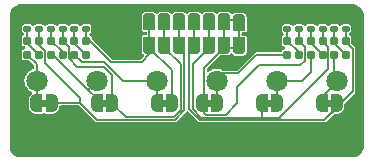
<source format=gbr>
%TF.GenerationSoftware,KiCad,Pcbnew,8.0.4-unknown-202407232306~396e531e7c~ubuntu22.04.1*%
%TF.CreationDate,2024-08-12T16:54:32+01:00*%
%TF.ProjectId,DRY_ELEC_6CH,4452595f-454c-4454-935f-3643482e6b69,1.0*%
%TF.SameCoordinates,Original*%
%TF.FileFunction,Copper,L1,Top*%
%TF.FilePolarity,Positive*%
%FSLAX46Y46*%
G04 Gerber Fmt 4.6, Leading zero omitted, Abs format (unit mm)*
G04 Created by KiCad (PCBNEW 8.0.4-unknown-202407232306~396e531e7c~ubuntu22.04.1) date 2024-08-12 16:54:32*
%MOMM*%
%LPD*%
G01*
G04 APERTURE LIST*
G04 Aperture macros list*
%AMRoundRect*
0 Rectangle with rounded corners*
0 $1 Rounding radius*
0 $2 $3 $4 $5 $6 $7 $8 $9 X,Y pos of 4 corners*
0 Add a 4 corners polygon primitive as box body*
4,1,4,$2,$3,$4,$5,$6,$7,$8,$9,$2,$3,0*
0 Add four circle primitives for the rounded corners*
1,1,$1+$1,$2,$3*
1,1,$1+$1,$4,$5*
1,1,$1+$1,$6,$7*
1,1,$1+$1,$8,$9*
0 Add four rect primitives between the rounded corners*
20,1,$1+$1,$2,$3,$4,$5,0*
20,1,$1+$1,$4,$5,$6,$7,0*
20,1,$1+$1,$6,$7,$8,$9,0*
20,1,$1+$1,$8,$9,$2,$3,0*%
%AMFreePoly0*
4,1,13,0.345671,0.480970,0.426777,0.426777,0.480970,0.345671,0.500000,0.250000,0.500000,-0.900000,-0.500000,-0.900000,-0.500000,0.250000,-0.480970,0.345671,-0.426777,0.426777,-0.345671,0.480970,-0.250000,0.500000,0.250000,0.500000,0.345671,0.480970,0.345671,0.480970,$1*%
%AMFreePoly1*
4,1,19,0.500000,-0.750000,0.000000,-0.750000,0.000000,-0.744911,-0.071157,-0.744911,-0.207708,-0.704816,-0.327430,-0.627875,-0.420627,-0.520320,-0.479746,-0.390866,-0.500000,-0.250000,-0.500000,0.250000,-0.479746,0.390866,-0.420627,0.520320,-0.327430,0.627875,-0.207708,0.704816,-0.071157,0.744911,0.000000,0.744911,0.000000,0.750000,0.500000,0.750000,0.500000,-0.750000,0.500000,-0.750000,
$1*%
%AMFreePoly2*
4,1,19,0.000000,0.744911,0.071157,0.744911,0.207708,0.704816,0.327430,0.627875,0.420627,0.520320,0.479746,0.390866,0.500000,0.250000,0.500000,-0.250000,0.479746,-0.390866,0.420627,-0.520320,0.327430,-0.627875,0.207708,-0.704816,0.071157,-0.744911,0.000000,-0.744911,0.000000,-0.750000,-0.500000,-0.750000,-0.500000,0.750000,0.000000,0.750000,0.000000,0.744911,0.000000,0.744911,
$1*%
G04 Aperture macros list end*
%TA.AperFunction,EtchedComponent*%
%ADD10C,0.000000*%
%TD*%
%TA.AperFunction,SMDPad,CuDef*%
%ADD11FreePoly0,180.000000*%
%TD*%
%TA.AperFunction,SMDPad,CuDef*%
%ADD12FreePoly0,0.000000*%
%TD*%
%TA.AperFunction,SMDPad,CuDef*%
%ADD13RoundRect,0.140000X0.170000X-0.140000X0.170000X0.140000X-0.170000X0.140000X-0.170000X-0.140000X0*%
%TD*%
%TA.AperFunction,SMDPad,CuDef*%
%ADD14C,3.000000*%
%TD*%
%TA.AperFunction,SMDPad,CuDef*%
%ADD15RoundRect,0.160000X0.160000X-0.197500X0.160000X0.197500X-0.160000X0.197500X-0.160000X-0.197500X0*%
%TD*%
%TA.AperFunction,SMDPad,CuDef*%
%ADD16FreePoly1,180.000000*%
%TD*%
%TA.AperFunction,SMDPad,CuDef*%
%ADD17FreePoly2,180.000000*%
%TD*%
%TA.AperFunction,ComponentPad*%
%ADD18C,1.800000*%
%TD*%
%TA.AperFunction,SMDPad,CuDef*%
%ADD19FreePoly1,0.000000*%
%TD*%
%TA.AperFunction,SMDPad,CuDef*%
%ADD20FreePoly2,0.000000*%
%TD*%
%TA.AperFunction,Conductor*%
%ADD21C,0.127000*%
%TD*%
G04 APERTURE END LIST*
D10*
%TA.AperFunction,EtchedComponent*%
%TO.C,JP2*%
G36*
X37234999Y-34205000D02*
G01*
X36734999Y-34205000D01*
X36734999Y-33605000D01*
X37234999Y-33605000D01*
X37234999Y-34205000D01*
G37*
%TD.AperFunction*%
%TA.AperFunction,EtchedComponent*%
%TO.C,JP5*%
G36*
X23264999Y-34205000D02*
G01*
X22764999Y-34205000D01*
X22764999Y-33605000D01*
X23264999Y-33605000D01*
X23264999Y-34205000D01*
G37*
%TD.AperFunction*%
%TA.AperFunction,EtchedComponent*%
%TO.C,JP3*%
G36*
X42314999Y-34205000D02*
G01*
X41814999Y-34205000D01*
X41814999Y-33605000D01*
X42314999Y-33605000D01*
X42314999Y-34205000D01*
G37*
%TD.AperFunction*%
%TA.AperFunction,EtchedComponent*%
%TO.C,JP6*%
G36*
X28344999Y-34205000D02*
G01*
X27844999Y-34205000D01*
X27844999Y-33605000D01*
X28344999Y-33605000D01*
X28344999Y-34205000D01*
G37*
%TD.AperFunction*%
%TA.AperFunction,EtchedComponent*%
%TO.C,JP1*%
G36*
X32169998Y-34205000D02*
G01*
X31669998Y-34205000D01*
X31669998Y-33605000D01*
X32169998Y-33605000D01*
X32169998Y-34205000D01*
G37*
%TD.AperFunction*%
%TA.AperFunction,EtchedComponent*%
%TO.C,JP4*%
G36*
X18170000Y-34205000D02*
G01*
X17670000Y-34205000D01*
X17670000Y-33605000D01*
X18170000Y-33605000D01*
X18170000Y-34205000D01*
G37*
%TD.AperFunction*%
%TD*%
D11*
%TO.P,J14,1,Pin_1*%
%TO.N,/IN2*%
X31905000Y-29200000D03*
%TD*%
D12*
%TO.P,J4,1,Pin_1*%
%TO.N,/IN4*%
X29365000Y-26800000D03*
%TD*%
D13*
%TO.P,C9,1*%
%TO.N,Net-(C9-Pad1)*%
X18499999Y-27580000D03*
%TO.P,C9,2*%
%TO.N,GND*%
X18499999Y-26620000D03*
%TD*%
D14*
%TO.P,I4,1,conn*%
%TO.N,GND*%
X43099999Y-36600000D03*
%TD*%
D15*
%TO.P,R6,1*%
%TO.N,Net-(C5-Pad1)*%
X43499999Y-29797500D03*
%TO.P,R6,2*%
%TO.N,/IN3*%
X43499999Y-28602500D03*
%TD*%
D13*
%TO.P,C2,1*%
%TO.N,/IN1*%
X39499999Y-27580000D03*
%TO.P,C2,2*%
%TO.N,GND*%
X39499999Y-26620000D03*
%TD*%
D16*
%TO.P,JP2,1,A*%
%TO.N,/filtering_2/ELECTRODE*%
X37634998Y-33905000D03*
D17*
%TO.P,JP2,2,B*%
%TO.N,/IN2*%
X36335000Y-33905000D03*
%TD*%
D11*
%TO.P,J9,1,Pin_1*%
%TO.N,GND*%
X25555000Y-29265000D03*
%TD*%
D13*
%TO.P,C5,1*%
%TO.N,Net-(C5-Pad1)*%
X42499999Y-27580000D03*
%TO.P,C5,2*%
%TO.N,GND*%
X42499999Y-26620000D03*
%TD*%
D12*
%TO.P,J2,1,Pin_1*%
%TO.N,/IN6*%
X26825000Y-26800000D03*
%TD*%
D14*
%TO.P,I3,1,conn*%
%TO.N,GND*%
X16899999Y-36600000D03*
%TD*%
D13*
%TO.P,C8,1*%
%TO.N,/IN4*%
X17499999Y-27580000D03*
%TO.P,C8,2*%
%TO.N,GND*%
X17499999Y-26620000D03*
%TD*%
D18*
%TO.P,J17,1,Pin_1*%
%TO.N,/filtering_1/ELECTRODE*%
X32539999Y-32000000D03*
%TD*%
D15*
%TO.P,R7,1*%
%TO.N,/filtering_4/ELECTRODE*%
X16499999Y-29797500D03*
%TO.P,R7,2*%
%TO.N,Net-(C7-Pad1)*%
X16499999Y-28602500D03*
%TD*%
D18*
%TO.P,J21,1,Pin_1*%
%TO.N,/filtering_5/ELECTRODE*%
X22379999Y-32000000D03*
%TD*%
D15*
%TO.P,R12,1*%
%TO.N,Net-(C11-Pad1)*%
X21499999Y-29797500D03*
%TO.P,R12,2*%
%TO.N,/IN6*%
X21499999Y-28602500D03*
%TD*%
D13*
%TO.P,C4,1*%
%TO.N,/IN2*%
X41499999Y-27582500D03*
%TO.P,C4,2*%
%TO.N,GND*%
X41499999Y-26622500D03*
%TD*%
D11*
%TO.P,J12,1,Pin_1*%
%TO.N,/IN4*%
X29365000Y-29200000D03*
%TD*%
D19*
%TO.P,JP5,1,A*%
%TO.N,/filtering_5/ELECTRODE*%
X22365000Y-33905000D03*
D20*
%TO.P,JP5,2,B*%
%TO.N,/IN5*%
X23664998Y-33905000D03*
%TD*%
D15*
%TO.P,R9,1*%
%TO.N,/filtering_5/ELECTRODE*%
X18499999Y-29797500D03*
%TO.P,R9,2*%
%TO.N,Net-(C9-Pad1)*%
X18499999Y-28602500D03*
%TD*%
D11*
%TO.P,J13,1,Pin_1*%
%TO.N,/IN3*%
X30635000Y-29200000D03*
%TD*%
%TO.P,J16,1,Pin_1*%
%TO.N,/IN1*%
X34445000Y-29265000D03*
%TD*%
D13*
%TO.P,C1,1*%
%TO.N,Net-(C1-Pad1)*%
X38499999Y-27580000D03*
%TO.P,C1,2*%
%TO.N,GND*%
X38499999Y-26620000D03*
%TD*%
D15*
%TO.P,R11,1*%
%TO.N,/filtering_6/ELECTRODE*%
X20499999Y-29797500D03*
%TO.P,R11,2*%
%TO.N,Net-(C11-Pad1)*%
X20499999Y-28602500D03*
%TD*%
%TO.P,R10,1*%
%TO.N,Net-(C9-Pad1)*%
X19499999Y-29797500D03*
%TO.P,R10,2*%
%TO.N,/IN5*%
X19499999Y-28602500D03*
%TD*%
D13*
%TO.P,C6,1*%
%TO.N,/IN3*%
X43499999Y-27580000D03*
%TO.P,C6,2*%
%TO.N,GND*%
X43499999Y-26620000D03*
%TD*%
D15*
%TO.P,R2,1*%
%TO.N,Net-(C1-Pad1)*%
X39499999Y-29797500D03*
%TO.P,R2,2*%
%TO.N,/IN1*%
X39499999Y-28602500D03*
%TD*%
%TO.P,R4,1*%
%TO.N,Net-(C3-Pad1)*%
X41499999Y-29800000D03*
%TO.P,R4,2*%
%TO.N,/IN2*%
X41499999Y-28605000D03*
%TD*%
D12*
%TO.P,J1,1,Pin_1*%
%TO.N,GND*%
X25555000Y-26865000D03*
%TD*%
D13*
%TO.P,C7,1*%
%TO.N,Net-(C7-Pad1)*%
X16499999Y-27580000D03*
%TO.P,C7,2*%
%TO.N,GND*%
X16499999Y-26620000D03*
%TD*%
%TO.P,C3,1*%
%TO.N,Net-(C3-Pad1)*%
X40499999Y-27582500D03*
%TO.P,C3,2*%
%TO.N,GND*%
X40499999Y-26622500D03*
%TD*%
D15*
%TO.P,R1,1*%
%TO.N,/filtering_1/ELECTRODE*%
X38499999Y-29797500D03*
%TO.P,R1,2*%
%TO.N,Net-(C1-Pad1)*%
X38499999Y-28602500D03*
%TD*%
D11*
%TO.P,J10,1,Pin_1*%
%TO.N,/IN6*%
X26825000Y-29200000D03*
%TD*%
%TO.P,J15,1,Pin_1*%
%TO.N,/IN1*%
X33175000Y-29200000D03*
%TD*%
D15*
%TO.P,R8,1*%
%TO.N,Net-(C7-Pad1)*%
X17499999Y-29797500D03*
%TO.P,R8,2*%
%TO.N,/IN4*%
X17499999Y-28602500D03*
%TD*%
D18*
%TO.P,J20,1,Pin_1*%
%TO.N,/filtering_4/ELECTRODE*%
X17299999Y-32000000D03*
%TD*%
D13*
%TO.P,C11,1*%
%TO.N,Net-(C11-Pad1)*%
X20499999Y-27580000D03*
%TO.P,C11,2*%
%TO.N,GND*%
X20499999Y-26620000D03*
%TD*%
D12*
%TO.P,J5,1,Pin_1*%
%TO.N,/IN3*%
X30635000Y-26800000D03*
%TD*%
D13*
%TO.P,C12,1*%
%TO.N,/IN6*%
X21499999Y-27580000D03*
%TO.P,C12,2*%
%TO.N,GND*%
X21499999Y-26620000D03*
%TD*%
D12*
%TO.P,J7,1,Pin_1*%
%TO.N,/IN1*%
X33175000Y-26800000D03*
%TD*%
D19*
%TO.P,JP3,1,A*%
%TO.N,/filtering_3/ELECTRODE*%
X41415000Y-33905000D03*
D20*
%TO.P,JP3,2,B*%
%TO.N,/IN3*%
X42714998Y-33905000D03*
%TD*%
D12*
%TO.P,J3,1,Pin_1*%
%TO.N,/IN5*%
X28095000Y-26800000D03*
%TD*%
D18*
%TO.P,J18,1,Pin_1*%
%TO.N,/filtering_2/ELECTRODE*%
X37619999Y-32000000D03*
%TD*%
D13*
%TO.P,C10,1*%
%TO.N,/IN5*%
X19499999Y-27580000D03*
%TO.P,C10,2*%
%TO.N,GND*%
X19499999Y-26620000D03*
%TD*%
D18*
%TO.P,J22,1,Pin_1*%
%TO.N,/filtering_6/ELECTRODE*%
X27459999Y-32000000D03*
%TD*%
D15*
%TO.P,R3,1*%
%TO.N,/filtering_2/ELECTRODE*%
X40499999Y-29800000D03*
%TO.P,R3,2*%
%TO.N,Net-(C3-Pad1)*%
X40499999Y-28605000D03*
%TD*%
D18*
%TO.P,J19,1,Pin_1*%
%TO.N,/filtering_3/ELECTRODE*%
X42699999Y-32000000D03*
%TD*%
D11*
%TO.P,J11,1,Pin_1*%
%TO.N,/IN5*%
X28095000Y-29200000D03*
%TD*%
D19*
%TO.P,JP6,1,A*%
%TO.N,/filtering_6/ELECTRODE*%
X27445000Y-33905000D03*
D20*
%TO.P,JP6,2,B*%
%TO.N,/IN6*%
X28744998Y-33905000D03*
%TD*%
D12*
%TO.P,J6,1,Pin_1*%
%TO.N,/IN2*%
X31905000Y-26800000D03*
%TD*%
%TO.P,J8,1,Pin_1*%
%TO.N,/IN1*%
X34445000Y-26865000D03*
%TD*%
D16*
%TO.P,JP1,1,A*%
%TO.N,/filtering_1/ELECTRODE*%
X32569997Y-33905000D03*
D17*
%TO.P,JP1,2,B*%
%TO.N,/IN1*%
X31269999Y-33905000D03*
%TD*%
D19*
%TO.P,JP4,1,A*%
%TO.N,/filtering_4/ELECTRODE*%
X17270001Y-33905000D03*
D20*
%TO.P,JP4,2,B*%
%TO.N,/IN4*%
X18569999Y-33905000D03*
%TD*%
D15*
%TO.P,R5,1*%
%TO.N,/filtering_3/ELECTRODE*%
X42499999Y-29797500D03*
%TO.P,R5,2*%
%TO.N,Net-(C5-Pad1)*%
X42499999Y-28602500D03*
%TD*%
D21*
%TO.N,/IN6*%
X26825000Y-29200000D02*
X26825000Y-29774999D01*
X21499999Y-28602500D02*
X21499999Y-27580000D01*
X26199999Y-30400000D02*
X23598749Y-30400000D01*
X28744998Y-33905000D02*
X28744998Y-31119998D01*
X28744998Y-31119998D02*
X26825000Y-29200000D01*
X26825000Y-26800000D02*
X26825000Y-29200000D01*
X23598749Y-30400000D02*
X21801249Y-28602500D01*
X26825000Y-29774999D02*
X26199999Y-30400000D01*
X21801249Y-28602500D02*
X21499999Y-28602500D01*
%TO.N,/IN5*%
X29499999Y-34500000D02*
X29499999Y-30604999D01*
X19499999Y-28602500D02*
X19999999Y-29102500D01*
X28899999Y-35100000D02*
X29499999Y-34500000D01*
X28095000Y-26800000D02*
X28095000Y-29200000D01*
X23008374Y-30808375D02*
X23699999Y-31500000D01*
X19999999Y-30102790D02*
X20705584Y-30808375D01*
X23699999Y-33940001D02*
X24859998Y-35100000D01*
X20705584Y-30808375D02*
X23008374Y-30808375D01*
X24859998Y-35100000D02*
X28899999Y-35100000D01*
X23699999Y-31500000D02*
X23699999Y-33940001D01*
X19499999Y-28602500D02*
X19499999Y-27580000D01*
X19999999Y-29102500D02*
X19999999Y-30102790D01*
X29499999Y-30604999D02*
X28095000Y-29200000D01*
%TO.N,/IN4*%
X17499999Y-28952500D02*
X17999999Y-29452500D01*
X18569999Y-33905000D02*
X20994999Y-33905000D01*
X17499999Y-28602500D02*
X17499999Y-28952500D01*
X29799999Y-29634999D02*
X29365000Y-29200000D01*
X20999999Y-33900000D02*
X22416999Y-35317000D01*
X29365000Y-26800000D02*
X29365000Y-29200000D01*
X17999999Y-30500000D02*
X20999999Y-33500000D01*
X17999999Y-29452500D02*
X17999999Y-30500000D01*
X17499999Y-28602500D02*
X17499999Y-27580000D01*
X28989883Y-35317000D02*
X29799999Y-34506884D01*
X29799999Y-34506884D02*
X29799999Y-29634999D01*
X22416999Y-35317000D02*
X28989883Y-35317000D01*
X20994999Y-33905000D02*
X20999999Y-33900000D01*
X20999999Y-33500000D02*
X20999999Y-33900000D01*
%TO.N,/IN3*%
X41665999Y-35334000D02*
X44099999Y-32900000D01*
X44099999Y-32900000D02*
X44099999Y-29300000D01*
X30635000Y-26800000D02*
X30635000Y-29200000D01*
X41665999Y-35334000D02*
X42714998Y-34285001D01*
X42714998Y-34285001D02*
X42714998Y-33905000D01*
X30199999Y-29635001D02*
X30199999Y-34411884D01*
X30199999Y-34411884D02*
X31122115Y-35334000D01*
X41365999Y-35334000D02*
X41665999Y-35334000D01*
X43499999Y-28700000D02*
X43499999Y-28602500D01*
X43499999Y-27580000D02*
X43499999Y-28602500D01*
X30635000Y-29200000D02*
X30199999Y-29635001D01*
X44099999Y-29300000D02*
X43499999Y-28700000D01*
X31122115Y-35334000D02*
X41365999Y-35334000D01*
%TO.N,/IN2*%
X30499999Y-34405000D02*
X31211999Y-35117000D01*
X41999999Y-29105000D02*
X41499999Y-28605000D01*
X31905000Y-26800000D02*
X31905000Y-29200000D01*
X30499999Y-30605001D02*
X30499999Y-34405000D01*
X41499999Y-27582500D02*
X41499999Y-28605000D01*
X36335000Y-35081999D02*
X36299999Y-35117000D01*
X41999999Y-30984154D02*
X41999999Y-29105000D01*
X36299999Y-35117000D02*
X37867153Y-35117000D01*
X37884153Y-35100000D02*
X41999999Y-30984154D01*
X31211999Y-35117000D02*
X36299999Y-35117000D01*
X31905000Y-29200000D02*
X30499999Y-30605001D01*
X37867153Y-35117000D02*
X37884153Y-35100000D01*
X36335000Y-33905000D02*
X36335000Y-35081999D01*
%TO.N,/IN1*%
X34299999Y-33900000D02*
X33299999Y-34900000D01*
X33175000Y-29200000D02*
X34380000Y-29200000D01*
X34380000Y-29200000D02*
X34445000Y-29265000D01*
X33299999Y-34900000D02*
X31629999Y-34900000D01*
X34445000Y-26865000D02*
X34445000Y-29265000D01*
X39599999Y-30700000D02*
X36099999Y-30700000D01*
X39999999Y-29102500D02*
X39999999Y-30300000D01*
X39499999Y-28602500D02*
X39999999Y-29102500D01*
X34445000Y-26865000D02*
X33240000Y-26865000D01*
X39499999Y-27580000D02*
X39499999Y-28602500D01*
X31486499Y-30888501D02*
X33175000Y-29200000D01*
X33175000Y-26800000D02*
X33175000Y-29200000D01*
X31629999Y-34900000D02*
X31486499Y-34756500D01*
X33240000Y-26865000D02*
X33175000Y-26800000D01*
X31486499Y-34756500D02*
X31486499Y-30888501D01*
X36099999Y-30700000D02*
X34299999Y-32500000D01*
X39999999Y-30300000D02*
X39599999Y-30700000D01*
X34299999Y-32500000D02*
X34299999Y-33900000D01*
%TO.N,Net-(C1-Pad1)*%
X38499999Y-27580000D02*
X38499999Y-28602500D01*
X38499999Y-28602500D02*
X39499999Y-29602500D01*
X39499999Y-29602500D02*
X39499999Y-29797500D01*
%TO.N,Net-(C3-Pad1)*%
X40499999Y-28800000D02*
X41499999Y-29800000D01*
X40499999Y-28605000D02*
X40499999Y-28800000D01*
X40499999Y-27582500D02*
X40499999Y-28605000D01*
%TO.N,GND*%
X16499999Y-26620000D02*
X17499999Y-26620000D01*
X40499999Y-26622500D02*
X39502499Y-26622500D01*
X20499999Y-26620000D02*
X21499999Y-26620000D01*
X42099999Y-26622500D02*
X41499999Y-26622500D01*
X43499999Y-26620000D02*
X42499999Y-26620000D01*
X39499999Y-26620000D02*
X38499999Y-26620000D01*
X41499999Y-26622500D02*
X40499999Y-26622500D01*
X39502499Y-26622500D02*
X39499999Y-26620000D01*
X18499999Y-26620000D02*
X19499999Y-26620000D01*
%TO.N,Net-(C5-Pad1)*%
X42499999Y-27580000D02*
X42499999Y-28602500D01*
X42499999Y-28602500D02*
X42499999Y-28797500D01*
X42499999Y-28797500D02*
X43499999Y-29797500D01*
%TO.N,Net-(C7-Pad1)*%
X16499999Y-27580000D02*
X16499999Y-28602500D01*
X16499999Y-28797500D02*
X17499999Y-29797500D01*
X16499999Y-28602500D02*
X16499999Y-28797500D01*
%TO.N,Net-(C9-Pad1)*%
X18499999Y-28602500D02*
X19499999Y-29602500D01*
X18499999Y-28602500D02*
X18499999Y-27580000D01*
X19499999Y-29602500D02*
X19499999Y-29797500D01*
%TO.N,Net-(C11-Pad1)*%
X20499999Y-28797500D02*
X21499999Y-29797500D01*
X20499999Y-28602500D02*
X20499999Y-27580000D01*
X20499999Y-28602500D02*
X20499999Y-28797500D01*
%TO.N,/filtering_1/ELECTRODE*%
X34334999Y-31365000D02*
X35902499Y-29797500D01*
X32539999Y-33890001D02*
X32539999Y-32000000D01*
X32539999Y-32000000D02*
X33174999Y-31365000D01*
X33174999Y-31365000D02*
X34334999Y-31365000D01*
X35902499Y-29797500D02*
X38499999Y-29797500D01*
%TO.N,/filtering_2/ELECTRODE*%
X39799999Y-32000000D02*
X40499999Y-31300000D01*
X37619999Y-32000000D02*
X39799999Y-32000000D01*
X40499999Y-31300000D02*
X40499999Y-29800000D01*
X37619999Y-33890001D02*
X37619999Y-32000000D01*
%TO.N,/filtering_3/ELECTRODE*%
X41415000Y-33905000D02*
X41415000Y-33384999D01*
X42699999Y-32100000D02*
X42699999Y-32000000D01*
X42499999Y-31800000D02*
X42699999Y-32000000D01*
X42499999Y-29797500D02*
X42499999Y-31800000D01*
X41415000Y-33384999D02*
X42699999Y-32100000D01*
%TO.N,/filtering_4/ELECTRODE*%
X17299999Y-30597500D02*
X17299999Y-32000000D01*
X16499999Y-29797500D02*
X17299999Y-30597500D01*
X17299999Y-32000000D02*
X17299999Y-33890001D01*
%TO.N,/filtering_5/ELECTRODE*%
X21648604Y-32751395D02*
X18694709Y-29797500D01*
X22379999Y-32020000D02*
X21648604Y-32751395D01*
X18694709Y-29797500D02*
X18499999Y-29797500D01*
X22365000Y-33467791D02*
X21648604Y-32751395D01*
X22379999Y-32000000D02*
X22379999Y-32020000D01*
X22365000Y-33905000D02*
X22365000Y-33467791D01*
%TO.N,/filtering_6/ELECTRODE*%
X27459999Y-32000000D02*
X24599999Y-32000000D01*
X27459999Y-32000000D02*
X27459999Y-33890001D01*
X24599999Y-32000000D02*
X22999999Y-30400000D01*
X27459999Y-33890001D02*
X27445000Y-33905000D01*
X22999999Y-30400000D02*
X21102499Y-30400000D01*
X21102499Y-30400000D02*
X20499999Y-29797500D01*
%TD*%
%TA.AperFunction,Conductor*%
%TO.N,GND*%
G36*
X44005393Y-25510971D02*
G01*
X44161018Y-25524587D01*
X44182296Y-25528338D01*
X44327950Y-25567366D01*
X44348259Y-25574759D01*
X44450050Y-25622224D01*
X44484919Y-25638484D01*
X44503630Y-25649286D01*
X44627148Y-25735774D01*
X44643706Y-25749667D01*
X44750331Y-25856291D01*
X44764225Y-25872850D01*
X44850709Y-25996362D01*
X44861516Y-26015081D01*
X44925240Y-26151739D01*
X44932633Y-26172049D01*
X44971659Y-26317696D01*
X44975412Y-26338982D01*
X44989027Y-26494593D01*
X44989499Y-26505401D01*
X44989499Y-37494587D01*
X44989027Y-37505395D01*
X44975411Y-37661017D01*
X44971658Y-37682303D01*
X44932632Y-37827950D01*
X44925239Y-37848261D01*
X44861516Y-37984915D01*
X44850709Y-38003633D01*
X44764219Y-38127154D01*
X44750325Y-38143712D01*
X44643711Y-38250326D01*
X44627153Y-38264220D01*
X44503631Y-38350711D01*
X44484913Y-38361518D01*
X44348263Y-38425239D01*
X44327951Y-38432632D01*
X44182301Y-38471658D01*
X44161016Y-38475411D01*
X44047747Y-38485321D01*
X44005379Y-38489028D01*
X43994577Y-38489500D01*
X16005411Y-38489500D01*
X15994605Y-38489028D01*
X15969583Y-38486838D01*
X15838981Y-38475412D01*
X15817695Y-38471659D01*
X15672048Y-38432633D01*
X15651737Y-38425240D01*
X15515083Y-38361517D01*
X15496365Y-38350710D01*
X15372848Y-38264223D01*
X15356290Y-38250329D01*
X15249670Y-38143709D01*
X15235776Y-38127151D01*
X15149289Y-38003633D01*
X15138482Y-37984915D01*
X15074759Y-37848261D01*
X15067366Y-37827950D01*
X15028338Y-37682297D01*
X15024587Y-37661016D01*
X15010971Y-37505384D01*
X15010499Y-37494577D01*
X15010499Y-28362074D01*
X16052499Y-28362074D01*
X16052499Y-28842925D01*
X16055288Y-28866963D01*
X16055288Y-28866965D01*
X16098704Y-28965291D01*
X16174708Y-29041295D01*
X16227281Y-29064508D01*
X16277236Y-29086566D01*
X16330612Y-29131652D01*
X16351139Y-29198438D01*
X16332300Y-29265720D01*
X16280077Y-29312137D01*
X16277236Y-29313434D01*
X16174707Y-29358705D01*
X16098704Y-29434708D01*
X16055288Y-29533034D01*
X16055288Y-29533036D01*
X16052499Y-29557074D01*
X16052499Y-30037925D01*
X16055288Y-30061963D01*
X16055288Y-30061965D01*
X16095116Y-30152166D01*
X16098704Y-30160291D01*
X16174708Y-30236295D01*
X16273036Y-30279711D01*
X16297075Y-30282500D01*
X16297076Y-30282500D01*
X16663522Y-30282500D01*
X16730561Y-30302185D01*
X16751203Y-30318819D01*
X17072680Y-30640296D01*
X17106165Y-30701619D01*
X17108999Y-30727977D01*
X17108999Y-30892239D01*
X17089314Y-30959278D01*
X17036510Y-31005033D01*
X17020995Y-31010899D01*
X16904891Y-31046119D01*
X16904881Y-31046123D01*
X16726393Y-31141527D01*
X16726386Y-31141531D01*
X16569930Y-31269931D01*
X16441530Y-31426387D01*
X16441526Y-31426394D01*
X16346122Y-31604882D01*
X16346121Y-31604885D01*
X16346120Y-31604887D01*
X16346119Y-31604890D01*
X16324243Y-31677008D01*
X16287365Y-31798576D01*
X16267527Y-32000000D01*
X16287365Y-32201423D01*
X16287366Y-32201425D01*
X16346119Y-32395110D01*
X16346120Y-32395113D01*
X16346121Y-32395114D01*
X16346122Y-32395117D01*
X16441526Y-32573605D01*
X16441530Y-32573612D01*
X16569930Y-32730068D01*
X16726386Y-32858468D01*
X16726393Y-32858472D01*
X16874915Y-32937859D01*
X16924759Y-32986821D01*
X16940220Y-33054959D01*
X16916388Y-33120638D01*
X16883505Y-33151530D01*
X16867567Y-33161773D01*
X16867564Y-33161775D01*
X16839069Y-33186467D01*
X16744910Y-33295134D01*
X16744908Y-33295137D01*
X16724526Y-33326851D01*
X16724520Y-33326862D01*
X16664794Y-33457642D01*
X16654169Y-33493831D01*
X16633708Y-33636143D01*
X16633708Y-33673856D01*
X16636239Y-33691459D01*
X16637501Y-33709105D01*
X16637501Y-34100894D01*
X16636239Y-34118540D01*
X16633708Y-34136143D01*
X16633708Y-34173856D01*
X16654169Y-34316168D01*
X16664794Y-34352357D01*
X16724520Y-34483137D01*
X16724523Y-34483143D01*
X16744912Y-34514868D01*
X16833565Y-34617180D01*
X16839069Y-34623532D01*
X16867564Y-34648224D01*
X16867566Y-34648225D01*
X16867568Y-34648227D01*
X16907968Y-34674191D01*
X16988516Y-34725956D01*
X16988522Y-34725959D01*
X17022828Y-34741626D01*
X17160783Y-34782133D01*
X17198112Y-34787500D01*
X17198115Y-34787500D01*
X17770000Y-34787500D01*
X17770001Y-34787500D01*
X17825043Y-34775526D01*
X17834805Y-34767066D01*
X17898360Y-34738041D01*
X17967519Y-34747983D01*
X17982060Y-34758857D01*
X17983366Y-34756827D01*
X17998363Y-34766465D01*
X17998364Y-34766466D01*
X18044068Y-34779886D01*
X18069998Y-34787500D01*
X18069999Y-34787500D01*
X18641885Y-34787500D01*
X18641888Y-34787500D01*
X18679217Y-34782133D01*
X18817172Y-34741626D01*
X18851478Y-34725959D01*
X18972432Y-34648227D01*
X19000934Y-34623529D01*
X19095088Y-34514868D01*
X19115477Y-34483143D01*
X19175205Y-34352358D01*
X19185830Y-34316172D01*
X19202195Y-34202353D01*
X19231220Y-34138797D01*
X19289998Y-34101023D01*
X19324933Y-34096000D01*
X20874522Y-34096000D01*
X20941561Y-34115685D01*
X20962203Y-34132319D01*
X22255077Y-35425193D01*
X22308806Y-35478922D01*
X22379007Y-35508000D01*
X22379009Y-35508000D01*
X29027873Y-35508000D01*
X29027875Y-35508000D01*
X29098076Y-35478922D01*
X29959818Y-34617180D01*
X30021141Y-34583695D01*
X30090833Y-34588679D01*
X30135180Y-34617180D01*
X30960193Y-35442193D01*
X31013922Y-35495922D01*
X31084123Y-35525000D01*
X31084125Y-35525000D01*
X41703989Y-35525000D01*
X41703991Y-35525000D01*
X41774192Y-35495922D01*
X42446295Y-34823819D01*
X42507618Y-34790334D01*
X42533976Y-34787500D01*
X42786884Y-34787500D01*
X42786887Y-34787500D01*
X42824216Y-34782133D01*
X42962171Y-34741626D01*
X42996477Y-34725959D01*
X43117431Y-34648227D01*
X43145933Y-34623529D01*
X43240087Y-34514868D01*
X43260476Y-34483143D01*
X43320204Y-34352358D01*
X43330829Y-34316172D01*
X43351291Y-34173857D01*
X43351291Y-34136144D01*
X43348759Y-34118539D01*
X43347498Y-34100894D01*
X43347498Y-33973978D01*
X43367183Y-33906939D01*
X43383817Y-33886297D01*
X43812472Y-33457642D01*
X44261921Y-33008193D01*
X44290999Y-32937992D01*
X44290999Y-32862008D01*
X44290999Y-29262008D01*
X44261921Y-29191807D01*
X44208192Y-29138078D01*
X43983818Y-28913704D01*
X43950333Y-28852381D01*
X43947499Y-28826023D01*
X43947499Y-28362077D01*
X43947499Y-28362076D01*
X43944710Y-28338037D01*
X43901294Y-28239709D01*
X43825290Y-28163705D01*
X43815811Y-28157212D01*
X43816995Y-28155482D01*
X43774933Y-28119950D01*
X43754408Y-28053163D01*
X43773248Y-27985882D01*
X43809508Y-27948503D01*
X43815054Y-27944797D01*
X43862856Y-27912857D01*
X43921979Y-27824373D01*
X43922745Y-27820526D01*
X43937498Y-27746352D01*
X43937499Y-27746349D01*
X43937499Y-27413651D01*
X43937498Y-27413647D01*
X43921980Y-27335629D01*
X43921979Y-27335628D01*
X43921979Y-27335627D01*
X43862856Y-27247143D01*
X43774372Y-27188020D01*
X43774371Y-27188019D01*
X43774370Y-27188019D01*
X43774369Y-27188018D01*
X43696351Y-27172500D01*
X43696347Y-27172500D01*
X43303651Y-27172500D01*
X43303646Y-27172500D01*
X43225628Y-27188018D01*
X43225627Y-27188019D01*
X43137142Y-27247143D01*
X43103101Y-27298089D01*
X43049489Y-27342894D01*
X42980164Y-27351601D01*
X42917136Y-27321446D01*
X42896897Y-27298089D01*
X42895606Y-27296157D01*
X42862856Y-27247143D01*
X42774372Y-27188020D01*
X42774371Y-27188019D01*
X42774370Y-27188019D01*
X42774369Y-27188018D01*
X42696351Y-27172500D01*
X42696347Y-27172500D01*
X42303651Y-27172500D01*
X42303646Y-27172500D01*
X42225628Y-27188018D01*
X42225627Y-27188019D01*
X42137141Y-27247143D01*
X42102264Y-27299340D01*
X42048652Y-27344144D01*
X41979327Y-27352851D01*
X41916299Y-27322696D01*
X41896062Y-27299340D01*
X41862856Y-27249643D01*
X41859114Y-27247143D01*
X41818912Y-27220281D01*
X41774372Y-27190520D01*
X41774371Y-27190519D01*
X41774370Y-27190519D01*
X41774369Y-27190518D01*
X41696351Y-27175000D01*
X41696347Y-27175000D01*
X41303651Y-27175000D01*
X41303646Y-27175000D01*
X41225628Y-27190518D01*
X41225627Y-27190519D01*
X41137142Y-27249643D01*
X41103101Y-27300589D01*
X41049489Y-27345394D01*
X40980164Y-27354101D01*
X40917136Y-27323946D01*
X40896897Y-27300589D01*
X40895227Y-27298089D01*
X40862856Y-27249643D01*
X40774372Y-27190520D01*
X40774371Y-27190519D01*
X40774370Y-27190519D01*
X40774369Y-27190518D01*
X40696351Y-27175000D01*
X40696347Y-27175000D01*
X40303651Y-27175000D01*
X40303646Y-27175000D01*
X40225628Y-27190518D01*
X40225627Y-27190519D01*
X40137142Y-27249643D01*
X40103936Y-27299339D01*
X40050323Y-27344144D01*
X39980998Y-27352851D01*
X39917971Y-27322696D01*
X39897732Y-27299339D01*
X39862856Y-27247143D01*
X39774372Y-27188020D01*
X39774371Y-27188019D01*
X39774370Y-27188019D01*
X39774369Y-27188018D01*
X39696351Y-27172500D01*
X39696347Y-27172500D01*
X39303651Y-27172500D01*
X39303646Y-27172500D01*
X39225628Y-27188018D01*
X39225627Y-27188019D01*
X39137142Y-27247143D01*
X39103101Y-27298089D01*
X39049489Y-27342894D01*
X38980164Y-27351601D01*
X38917136Y-27321446D01*
X38896897Y-27298089D01*
X38895606Y-27296157D01*
X38862856Y-27247143D01*
X38774372Y-27188020D01*
X38774371Y-27188019D01*
X38774370Y-27188019D01*
X38774369Y-27188018D01*
X38696351Y-27172500D01*
X38696347Y-27172500D01*
X38303651Y-27172500D01*
X38303646Y-27172500D01*
X38225628Y-27188018D01*
X38225627Y-27188019D01*
X38137142Y-27247143D01*
X38078018Y-27335628D01*
X38078017Y-27335629D01*
X38062499Y-27413647D01*
X38062499Y-27746352D01*
X38078017Y-27824370D01*
X38078018Y-27824371D01*
X38078018Y-27824372D01*
X38078019Y-27824373D01*
X38137142Y-27912857D01*
X38186651Y-27945938D01*
X38190490Y-27948503D01*
X38235295Y-28002115D01*
X38244002Y-28071440D01*
X38213847Y-28134468D01*
X38183621Y-28156386D01*
X38184187Y-28157212D01*
X38174707Y-28163705D01*
X38098704Y-28239708D01*
X38055288Y-28338034D01*
X38055288Y-28338036D01*
X38052499Y-28362074D01*
X38052499Y-28842925D01*
X38055288Y-28866963D01*
X38055288Y-28866965D01*
X38098704Y-28965291D01*
X38174708Y-29041295D01*
X38227281Y-29064508D01*
X38277236Y-29086566D01*
X38330612Y-29131652D01*
X38351139Y-29198438D01*
X38332300Y-29265720D01*
X38280077Y-29312137D01*
X38277236Y-29313434D01*
X38174707Y-29358705D01*
X38098704Y-29434708D01*
X38055486Y-29532587D01*
X38010400Y-29585963D01*
X37943613Y-29606490D01*
X37942052Y-29606500D01*
X35864505Y-29606500D01*
X35794305Y-29635578D01*
X35794304Y-29635579D01*
X34292203Y-31137681D01*
X34230880Y-31171166D01*
X34204522Y-31174000D01*
X33197541Y-31174000D01*
X33130502Y-31154315D01*
X33118882Y-31145858D01*
X33113610Y-31141531D01*
X33113606Y-31141529D01*
X33113604Y-31141527D01*
X32935116Y-31046123D01*
X32935113Y-31046122D01*
X32935112Y-31046121D01*
X32935109Y-31046120D01*
X32741424Y-30987367D01*
X32741422Y-30987366D01*
X32741424Y-30987366D01*
X32539999Y-30967528D01*
X32338575Y-30987366D01*
X32234095Y-31019060D01*
X32144889Y-31046120D01*
X32144886Y-31046121D01*
X32144884Y-31046122D01*
X32144881Y-31046123D01*
X31966393Y-31141527D01*
X31966387Y-31141531D01*
X31880163Y-31212293D01*
X31815853Y-31239605D01*
X31746986Y-31227814D01*
X31695426Y-31180661D01*
X31677499Y-31116439D01*
X31677499Y-31018977D01*
X31697184Y-30951938D01*
X31713813Y-30931300D01*
X32782230Y-29862883D01*
X32843551Y-29829400D01*
X32894103Y-29828950D01*
X32899151Y-29829954D01*
X32925000Y-29832500D01*
X32925005Y-29832500D01*
X33424995Y-29832500D01*
X33425000Y-29832500D01*
X33450849Y-29829954D01*
X33546520Y-29810924D01*
X33594284Y-29791140D01*
X33675390Y-29736947D01*
X33696629Y-29715707D01*
X33757950Y-29682223D01*
X33827641Y-29687206D01*
X33883576Y-29729077D01*
X33887413Y-29734500D01*
X33908051Y-29765388D01*
X33908055Y-29765393D01*
X33944607Y-29801945D01*
X33944610Y-29801947D01*
X34025716Y-29856140D01*
X34073480Y-29875924D01*
X34169151Y-29894954D01*
X34195000Y-29897500D01*
X34195005Y-29897500D01*
X34694995Y-29897500D01*
X34695000Y-29897500D01*
X34720849Y-29894954D01*
X34816520Y-29875924D01*
X34864284Y-29856140D01*
X34945390Y-29801947D01*
X34981947Y-29765390D01*
X35036140Y-29684284D01*
X35055924Y-29636520D01*
X35074954Y-29540849D01*
X35077500Y-29515000D01*
X35077500Y-29319107D01*
X35078762Y-29301461D01*
X35079158Y-29298705D01*
X35081293Y-29283857D01*
X35081293Y-29246143D01*
X35078762Y-29228539D01*
X35077500Y-29210893D01*
X35077500Y-28365000D01*
X35071634Y-28338036D01*
X35065526Y-28309958D01*
X35065525Y-28309957D01*
X35065525Y-28309956D01*
X35044846Y-28286091D01*
X35016635Y-28253534D01*
X34969548Y-28239708D01*
X34945001Y-28232500D01*
X34945000Y-28232500D01*
X34760000Y-28232500D01*
X34692961Y-28212815D01*
X34647206Y-28160011D01*
X34636000Y-28108500D01*
X34636000Y-28021500D01*
X34655685Y-27954461D01*
X34708489Y-27908706D01*
X34760000Y-27897500D01*
X34944999Y-27897500D01*
X34945000Y-27897500D01*
X35000042Y-27885526D01*
X35056466Y-27836635D01*
X35077500Y-27765000D01*
X35077500Y-26919107D01*
X35078762Y-26901461D01*
X35079158Y-26898705D01*
X35081293Y-26883857D01*
X35081293Y-26846143D01*
X35078762Y-26828539D01*
X35077500Y-26810893D01*
X35077500Y-26615004D01*
X35077500Y-26615000D01*
X35074954Y-26589151D01*
X35055924Y-26493480D01*
X35036140Y-26445716D01*
X34981947Y-26364610D01*
X34981945Y-26364607D01*
X34945392Y-26328054D01*
X34864287Y-26273862D01*
X34864286Y-26273861D01*
X34864284Y-26273860D01*
X34858182Y-26271332D01*
X34816526Y-26254078D01*
X34816514Y-26254074D01*
X34720866Y-26235049D01*
X34720849Y-26235046D01*
X34695000Y-26232500D01*
X34195000Y-26232500D01*
X34173459Y-26234621D01*
X34169150Y-26235046D01*
X34169133Y-26235049D01*
X34073485Y-26254074D01*
X34073473Y-26254078D01*
X34025720Y-26273858D01*
X34025712Y-26273862D01*
X33944609Y-26328053D01*
X33923369Y-26349293D01*
X33862045Y-26382777D01*
X33792353Y-26377791D01*
X33736420Y-26335918D01*
X33732607Y-26330530D01*
X33711947Y-26299610D01*
X33711944Y-26299607D01*
X33711943Y-26299605D01*
X33675392Y-26263054D01*
X33594287Y-26208862D01*
X33594286Y-26208861D01*
X33594284Y-26208860D01*
X33588182Y-26206332D01*
X33546526Y-26189078D01*
X33546514Y-26189074D01*
X33450866Y-26170049D01*
X33450849Y-26170046D01*
X33425000Y-26167500D01*
X32925000Y-26167500D01*
X32903459Y-26169621D01*
X32899150Y-26170046D01*
X32899133Y-26170049D01*
X32803485Y-26189074D01*
X32803473Y-26189078D01*
X32755720Y-26208858D01*
X32755712Y-26208862D01*
X32674607Y-26263054D01*
X32638054Y-26299607D01*
X32635853Y-26302290D01*
X32634344Y-26303317D01*
X32633745Y-26303917D01*
X32633631Y-26303803D01*
X32578107Y-26341624D01*
X32508263Y-26343495D01*
X32448495Y-26307307D01*
X32444147Y-26302290D01*
X32441945Y-26299607D01*
X32405392Y-26263054D01*
X32324287Y-26208862D01*
X32324286Y-26208861D01*
X32324284Y-26208860D01*
X32318182Y-26206332D01*
X32276526Y-26189078D01*
X32276514Y-26189074D01*
X32180866Y-26170049D01*
X32180849Y-26170046D01*
X32155000Y-26167500D01*
X31655000Y-26167500D01*
X31633459Y-26169621D01*
X31629150Y-26170046D01*
X31629133Y-26170049D01*
X31533485Y-26189074D01*
X31533473Y-26189078D01*
X31485720Y-26208858D01*
X31485712Y-26208862D01*
X31404607Y-26263054D01*
X31368054Y-26299607D01*
X31365853Y-26302290D01*
X31364344Y-26303317D01*
X31363745Y-26303917D01*
X31363631Y-26303803D01*
X31308107Y-26341624D01*
X31238263Y-26343495D01*
X31178495Y-26307307D01*
X31174147Y-26302290D01*
X31171945Y-26299607D01*
X31135392Y-26263054D01*
X31054287Y-26208862D01*
X31054286Y-26208861D01*
X31054284Y-26208860D01*
X31048182Y-26206332D01*
X31006526Y-26189078D01*
X31006514Y-26189074D01*
X30910866Y-26170049D01*
X30910849Y-26170046D01*
X30885000Y-26167500D01*
X30385000Y-26167500D01*
X30363459Y-26169621D01*
X30359150Y-26170046D01*
X30359133Y-26170049D01*
X30263485Y-26189074D01*
X30263473Y-26189078D01*
X30215720Y-26208858D01*
X30215712Y-26208862D01*
X30134607Y-26263054D01*
X30098054Y-26299607D01*
X30095853Y-26302290D01*
X30094344Y-26303317D01*
X30093745Y-26303917D01*
X30093631Y-26303803D01*
X30038107Y-26341624D01*
X29968263Y-26343495D01*
X29908495Y-26307307D01*
X29904147Y-26302290D01*
X29901945Y-26299607D01*
X29865392Y-26263054D01*
X29784287Y-26208862D01*
X29784286Y-26208861D01*
X29784284Y-26208860D01*
X29778182Y-26206332D01*
X29736526Y-26189078D01*
X29736514Y-26189074D01*
X29640866Y-26170049D01*
X29640849Y-26170046D01*
X29615000Y-26167500D01*
X29115000Y-26167500D01*
X29093459Y-26169621D01*
X29089150Y-26170046D01*
X29089133Y-26170049D01*
X28993485Y-26189074D01*
X28993473Y-26189078D01*
X28945720Y-26208858D01*
X28945712Y-26208862D01*
X28864607Y-26263054D01*
X28828054Y-26299607D01*
X28825853Y-26302290D01*
X28824344Y-26303317D01*
X28823745Y-26303917D01*
X28823631Y-26303803D01*
X28768107Y-26341624D01*
X28698263Y-26343495D01*
X28638495Y-26307307D01*
X28634147Y-26302290D01*
X28631945Y-26299607D01*
X28595392Y-26263054D01*
X28514287Y-26208862D01*
X28514286Y-26208861D01*
X28514284Y-26208860D01*
X28508182Y-26206332D01*
X28466526Y-26189078D01*
X28466514Y-26189074D01*
X28370866Y-26170049D01*
X28370849Y-26170046D01*
X28345000Y-26167500D01*
X27845000Y-26167500D01*
X27823459Y-26169621D01*
X27819150Y-26170046D01*
X27819133Y-26170049D01*
X27723485Y-26189074D01*
X27723473Y-26189078D01*
X27675720Y-26208858D01*
X27675712Y-26208862D01*
X27594607Y-26263054D01*
X27558054Y-26299607D01*
X27555853Y-26302290D01*
X27554344Y-26303317D01*
X27553745Y-26303917D01*
X27553631Y-26303803D01*
X27498107Y-26341624D01*
X27428263Y-26343495D01*
X27368495Y-26307307D01*
X27364147Y-26302290D01*
X27361945Y-26299607D01*
X27325392Y-26263054D01*
X27244287Y-26208862D01*
X27244286Y-26208861D01*
X27244284Y-26208860D01*
X27238182Y-26206332D01*
X27196526Y-26189078D01*
X27196514Y-26189074D01*
X27100866Y-26170049D01*
X27100849Y-26170046D01*
X27075000Y-26167500D01*
X26575000Y-26167500D01*
X26553459Y-26169621D01*
X26549150Y-26170046D01*
X26549133Y-26170049D01*
X26453485Y-26189074D01*
X26453473Y-26189078D01*
X26405720Y-26208858D01*
X26405712Y-26208862D01*
X26324607Y-26263054D01*
X26288054Y-26299607D01*
X26233862Y-26380712D01*
X26233858Y-26380720D01*
X26214078Y-26428473D01*
X26214074Y-26428485D01*
X26195049Y-26524133D01*
X26195046Y-26524150D01*
X26192500Y-26550004D01*
X26192500Y-26745893D01*
X26191238Y-26763539D01*
X26188707Y-26781141D01*
X26188707Y-26818858D01*
X26191238Y-26836461D01*
X26192500Y-26854107D01*
X26192500Y-27699999D01*
X26204474Y-27755043D01*
X26228919Y-27783254D01*
X26253365Y-27811466D01*
X26305836Y-27826873D01*
X26324999Y-27832500D01*
X26325000Y-27832500D01*
X26510000Y-27832500D01*
X26577039Y-27852185D01*
X26622794Y-27904989D01*
X26634000Y-27956500D01*
X26634000Y-28043500D01*
X26614315Y-28110539D01*
X26561511Y-28156294D01*
X26510000Y-28167500D01*
X26325000Y-28167500D01*
X26306652Y-28171491D01*
X26269956Y-28179474D01*
X26269956Y-28179475D01*
X26213534Y-28228365D01*
X26192500Y-28299999D01*
X26192500Y-29145893D01*
X26191238Y-29163539D01*
X26188707Y-29181141D01*
X26188707Y-29218858D01*
X26191238Y-29236461D01*
X26192500Y-29254107D01*
X26192500Y-29450000D01*
X26195046Y-29475849D01*
X26195049Y-29475866D01*
X26214074Y-29571514D01*
X26214078Y-29571526D01*
X26233858Y-29619279D01*
X26233862Y-29619287D01*
X26288054Y-29700392D01*
X26324607Y-29736945D01*
X26324610Y-29736947D01*
X26359829Y-29760480D01*
X26404634Y-29814091D01*
X26413343Y-29883416D01*
X26383188Y-29946444D01*
X26378620Y-29951263D01*
X26157203Y-30172681D01*
X26095880Y-30206166D01*
X26069522Y-30209000D01*
X23729226Y-30209000D01*
X23662187Y-30189315D01*
X23641545Y-30172681D01*
X21983818Y-28514954D01*
X21950333Y-28453631D01*
X21947499Y-28427273D01*
X21947499Y-28362077D01*
X21947499Y-28362076D01*
X21944710Y-28338037D01*
X21901294Y-28239709D01*
X21825290Y-28163705D01*
X21815811Y-28157212D01*
X21816995Y-28155482D01*
X21774933Y-28119950D01*
X21754408Y-28053163D01*
X21773248Y-27985882D01*
X21809508Y-27948503D01*
X21815054Y-27944797D01*
X21862856Y-27912857D01*
X21921979Y-27824373D01*
X21922745Y-27820526D01*
X21937498Y-27746352D01*
X21937499Y-27746349D01*
X21937499Y-27413651D01*
X21937498Y-27413647D01*
X21921980Y-27335629D01*
X21921979Y-27335628D01*
X21921979Y-27335627D01*
X21862856Y-27247143D01*
X21774372Y-27188020D01*
X21774371Y-27188019D01*
X21774370Y-27188019D01*
X21774369Y-27188018D01*
X21696351Y-27172500D01*
X21696347Y-27172500D01*
X21303651Y-27172500D01*
X21303646Y-27172500D01*
X21225628Y-27188018D01*
X21225627Y-27188019D01*
X21137142Y-27247143D01*
X21103101Y-27298089D01*
X21049489Y-27342894D01*
X20980164Y-27351601D01*
X20917136Y-27321446D01*
X20896897Y-27298089D01*
X20895606Y-27296157D01*
X20862856Y-27247143D01*
X20774372Y-27188020D01*
X20774371Y-27188019D01*
X20774370Y-27188019D01*
X20774369Y-27188018D01*
X20696351Y-27172500D01*
X20696347Y-27172500D01*
X20303651Y-27172500D01*
X20303646Y-27172500D01*
X20225628Y-27188018D01*
X20225627Y-27188019D01*
X20137142Y-27247143D01*
X20103101Y-27298089D01*
X20049489Y-27342894D01*
X19980164Y-27351601D01*
X19917136Y-27321446D01*
X19896897Y-27298089D01*
X19895606Y-27296157D01*
X19862856Y-27247143D01*
X19774372Y-27188020D01*
X19774371Y-27188019D01*
X19774370Y-27188019D01*
X19774369Y-27188018D01*
X19696351Y-27172500D01*
X19696347Y-27172500D01*
X19303651Y-27172500D01*
X19303646Y-27172500D01*
X19225628Y-27188018D01*
X19225627Y-27188019D01*
X19137142Y-27247143D01*
X19103101Y-27298089D01*
X19049489Y-27342894D01*
X18980164Y-27351601D01*
X18917136Y-27321446D01*
X18896897Y-27298089D01*
X18895606Y-27296157D01*
X18862856Y-27247143D01*
X18774372Y-27188020D01*
X18774371Y-27188019D01*
X18774370Y-27188019D01*
X18774369Y-27188018D01*
X18696351Y-27172500D01*
X18696347Y-27172500D01*
X18303651Y-27172500D01*
X18303646Y-27172500D01*
X18225628Y-27188018D01*
X18225627Y-27188019D01*
X18137142Y-27247143D01*
X18103101Y-27298089D01*
X18049489Y-27342894D01*
X17980164Y-27351601D01*
X17917136Y-27321446D01*
X17896897Y-27298089D01*
X17895606Y-27296157D01*
X17862856Y-27247143D01*
X17774372Y-27188020D01*
X17774371Y-27188019D01*
X17774370Y-27188019D01*
X17774369Y-27188018D01*
X17696351Y-27172500D01*
X17696347Y-27172500D01*
X17303651Y-27172500D01*
X17303646Y-27172500D01*
X17225628Y-27188018D01*
X17225627Y-27188019D01*
X17137142Y-27247143D01*
X17103101Y-27298089D01*
X17049489Y-27342894D01*
X16980164Y-27351601D01*
X16917136Y-27321446D01*
X16896897Y-27298089D01*
X16895606Y-27296157D01*
X16862856Y-27247143D01*
X16774372Y-27188020D01*
X16774371Y-27188019D01*
X16774370Y-27188019D01*
X16774369Y-27188018D01*
X16696351Y-27172500D01*
X16696347Y-27172500D01*
X16303651Y-27172500D01*
X16303646Y-27172500D01*
X16225628Y-27188018D01*
X16225627Y-27188019D01*
X16137142Y-27247143D01*
X16078018Y-27335628D01*
X16078017Y-27335629D01*
X16062499Y-27413647D01*
X16062499Y-27746352D01*
X16078017Y-27824370D01*
X16078018Y-27824371D01*
X16078018Y-27824372D01*
X16078019Y-27824373D01*
X16137142Y-27912857D01*
X16186651Y-27945938D01*
X16190490Y-27948503D01*
X16235295Y-28002115D01*
X16244002Y-28071440D01*
X16213847Y-28134468D01*
X16183621Y-28156386D01*
X16184187Y-28157212D01*
X16174707Y-28163705D01*
X16098704Y-28239708D01*
X16055288Y-28338034D01*
X16055288Y-28338036D01*
X16052499Y-28362074D01*
X15010499Y-28362074D01*
X15010499Y-26505412D01*
X15010971Y-26494605D01*
X15020935Y-26380716D01*
X15024586Y-26338978D01*
X15028337Y-26317704D01*
X15067366Y-26172044D01*
X15074758Y-26151739D01*
X15112261Y-26071313D01*
X15138485Y-26015074D01*
X15149282Y-25996373D01*
X15235778Y-25872843D01*
X15249661Y-25856297D01*
X15356298Y-25749661D01*
X15372837Y-25735783D01*
X15496369Y-25649284D01*
X15515079Y-25638483D01*
X15651737Y-25574758D01*
X15672043Y-25567366D01*
X15817703Y-25528337D01*
X15838977Y-25524586D01*
X15994593Y-25510971D01*
X16005400Y-25510500D01*
X43994587Y-25510500D01*
X44005393Y-25510971D01*
G37*
%TD.AperFunction*%
%TD*%
M02*

</source>
